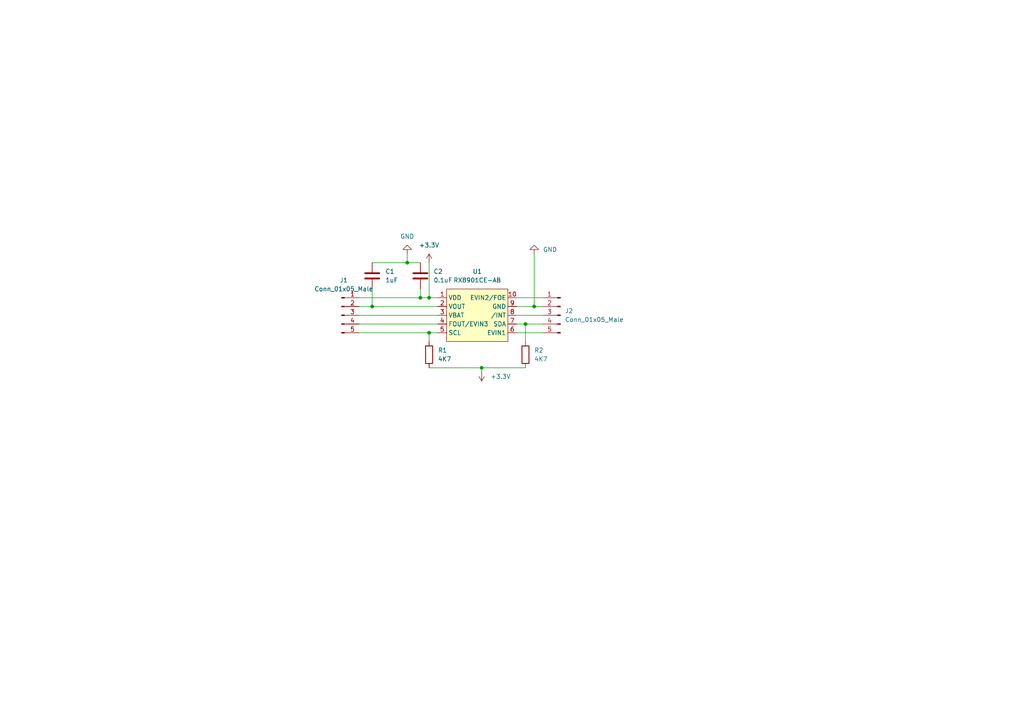
<source format=kicad_sch>
(kicad_sch (version 20211123) (generator eeschema)
  (paper "A4")
  (title_block (title "RX8901AB Breakout Board") (date "2022-10-29") (rev "1"))
  (lib_symbols
    (symbol "Connector:Conn_01x05_Male" (pin_names (offset 1.016) hide)
      (property "Reference" "J" (at 0 7.62 0))
      (property "Value" "Conn_01x05_Male" (at 0 -7.62 0))
      (symbol "Conn_01x05_Male_1_1"
        (polyline (pts (xy 1.27 -5.08) (xy 0.8636 -5.08)) (stroke (width 0.1524)))
        (polyline (pts (xy 1.27 -2.54) (xy 0.8636 -2.54)) (stroke (width 0.1524)))
        (polyline (pts (xy 1.27 0) (xy 0.8636 0)) (stroke (width 0.1524)))
        (polyline (pts (xy 1.27 2.54) (xy 0.8636 2.54)) (stroke (width 0.1524)))
        (polyline (pts (xy 1.27 5.08) (xy 0.8636 5.08)) (stroke (width 0.1524)))
        (rectangle (start 0.8636 -4.953) (end 0 -5.207) (stroke (width 0.1524)) (fill (type outline)))
        (rectangle (start 0.8636 -2.413) (end 0 -2.667) (stroke (width 0.1524)) (fill (type outline)))
        (rectangle (start 0.8636 0.127) (end 0 -0.127) (stroke (width 0.1524)) (fill (type outline)))
        (rectangle (start 0.8636 2.667) (end 0 2.413) (stroke (width 0.1524)) (fill (type outline)))
        (rectangle (start 0.8636 5.207) (end 0 4.953) (stroke (width 0.1524)) (fill (type outline)))
        (pin passive line (at 5.08 5.08 180) (length 3.81) (name "Pin_1") (number "1"))
        (pin passive line (at 5.08 2.54 180) (length 3.81) (name "Pin_2") (number "2"))
        (pin passive line (at 5.08 0 180) (length 3.81) (name "Pin_3") (number "3"))
        (pin passive line (at 5.08 -2.54 180) (length 3.81) (name "Pin_4") (number "4"))
        (pin passive line (at 5.08 -5.08 180) (length 3.81) (name "Pin_5") (number "5"))
      )
    )
    (symbol "Device:C" (pin_numbers hide) (pin_names (offset 0.254))
      (property "Reference" "C" (at 0.635 2.54 0))
      (property "Value" "C" (at 0.635 -2.54 0))
      (symbol "C_0_1"
        (polyline (pts (xy -2.032 -0.762) (xy 2.032 -0.762)) (stroke (width 0.508)))
        (polyline (pts (xy -2.032 0.762) (xy 2.032 0.762)) (stroke (width 0.508)))
      )
      (symbol "C_1_1"
        (pin passive line (at 0 3.81 270) (length 2.794) (name "~") (number "1"))
        (pin passive line (at 0 -3.81 90) (length 2.794) (name "~") (number "2"))
      )
    )
    (symbol "Device:R" (pin_numbers hide) (pin_names (offset 0))
      (property "Reference" "R" (at 2.032 0 90))
      (property "Value" "R" (at 0 0 90))
      (symbol "R_0_1"
        (rectangle (start -1.016 -2.54) (end 1.016 2.54) (stroke (width 0.254)))
      )
      (symbol "R_1_1"
        (pin passive line (at 0 3.81 270) (length 1.27) (name "~") (number "1"))
        (pin passive line (at 0 -3.81 90) (length 1.27) (name "~") (number "2"))
      )
    )
    (symbol "Timer_rtc_rx8901ce:RX8901CE-AB"
      (property "Reference" "U" (at 0 -8.89 0))
      (property "Value" "RX8901CE-AB" (at 0 8.89 0))
      (symbol "RX8901CE-AB_0_1"
        (rectangle (start -8.89 7.62) (end 8.89 -7.62) (fill (type background)))
      )
      (symbol "RX8901CE-AB_1_1"
        (pin power_in line (at -11.43 5.08 0) (length 2.54) (name "VDD") (number "1"))
        (pin unspecified line (at 11.43 5.08 180) (length 2.54) (name "EVIN2/FOE") (number "10"))
        (pin unspecified line (at -11.43 2.54 0) (length 2.54) (name "VOUT") (number "2"))
        (pin power_in line (at -11.43 0 0) (length 2.54) (name "VBAT") (number "3"))
        (pin unspecified line (at -11.43 -2.54 0) (length 2.54) (name "FOUT/EVIN3") (number "4"))
        (pin unspecified line (at -11.43 -5.08 0) (length 2.54) (name "SCL") (number "5"))
        (pin unspecified line (at 11.43 -5.08 180) (length 2.54) (name "EVIN1") (number "6"))
        (pin unspecified line (at 11.43 -2.54 180) (length 2.54) (name "SDA") (number "7"))
        (pin unspecified line (at 11.43 0 180) (length 2.54) (name "/INT") (number "8"))
        (pin power_in line (at 11.43 2.54 180) (length 2.54) (name "GND") (number "9"))
      )
    )
    (symbol "power:+3.3V" (power) (pin_names (offset 0))
      (property "Value" "+3.3V" (at 0 3.556 0))
      (symbol "+3.3V_0_1"
        (polyline (pts (xy -0.762 1.27) (xy 0 2.54)))
        (polyline (pts (xy 0 0) (xy 0 2.54)))
        (polyline (pts (xy 0 2.54) (xy 0.762 1.27)))
      )
      (symbol "+3.3V_1_1"
        (pin power_in line (at 0 0 90) (length 0) hide (name "+3.3V") (number "1"))
      )
    )
    (symbol "power:GND" (power) (pin_names (offset 0))
      (property "Value" "GND" (at 0 -3.81 0))
      (symbol "GND_0_1"
        (polyline (pts (xy 0 0) (xy 0 -1.27) (xy 1.27 -1.27) (xy 0 -2.54) (xy -1.27 -1.27) (xy 0 -1.27)))
      )
      (symbol "GND_1_1"
        (pin power_in line (at 0 0 270) (length 0) hide (name "GND") (number "1"))
      )
    )
  )
  (junction (at 107.95 88.9))
  (junction (at 124.46 86.36))
  (junction (at 154.94 88.9))
  (junction (at 118.11 76.2))
  (junction (at 124.46 96.52))
  (junction (at 121.92 86.36))
  (junction (at 152.4 93.98))
  (junction (at 139.7 106.68))
  (wire (pts (xy 124.46 76.2) (xy 124.46 86.36)))
  (wire (pts (xy 127 86.36) (xy 124.46 86.36)))
  (wire (pts (xy 104.14 91.44) (xy 127 91.44)))
  (wire (pts (xy 124.46 96.52) (xy 124.46 99.06)))
  (wire (pts (xy 149.86 96.52) (xy 157.48 96.52)))
  (wire (pts (xy 149.86 93.98) (xy 152.4 93.98)))
  (wire (pts (xy 124.46 106.68) (xy 139.7 106.68)))
  (wire (pts (xy 139.7 106.68) (xy 152.4 106.68)))
  (wire (pts (xy 118.11 73.66) (xy 118.11 76.2)))
  (wire (pts (xy 104.14 86.36) (xy 121.92 86.36)))
  (wire (pts (xy 154.94 88.9) (xy 149.86 88.9)))
  (wire (pts (xy 139.7 106.68) (xy 139.7 107.95)))
  (wire (pts (xy 104.14 93.98) (xy 127 93.98)))
  (wire (pts (xy 104.14 88.9) (xy 107.95 88.9)))
  (wire (pts (xy 149.86 86.36) (xy 157.48 86.36)))
  (wire (pts (xy 149.86 91.44) (xy 157.48 91.44)))
  (wire (pts (xy 124.46 96.52) (xy 127 96.52)))
  (wire (pts (xy 124.46 86.36) (xy 121.92 86.36)))
  (wire (pts (xy 107.95 76.2) (xy 118.11 76.2)))
  (wire (pts (xy 104.14 96.52) (xy 124.46 96.52)))
  (wire (pts (xy 152.4 93.98) (xy 157.48 93.98)))
  (wire (pts (xy 152.4 93.98) (xy 152.4 99.06)))
  (wire (pts (xy 154.94 88.9) (xy 157.48 88.9)))
  (wire (pts (xy 107.95 83.82) (xy 107.95 88.9)))
  (wire (pts (xy 154.94 73.66) (xy 154.94 88.9)))
  (wire (pts (xy 118.11 76.2) (xy 121.92 76.2)))
  (wire (pts (xy 121.92 86.36) (xy 121.92 83.82)))
  (wire (pts (xy 107.95 88.9) (xy 127 88.9)))
  (symbol (lib_id "Timer_rtc_rx8901ce:RX8901CE-AB") (at 138.43 91.44 0) (unit 1)
    (property "Reference" "U1" (at 138.43 78.74 0))
    (property "Value" "RX8901CE-AB" (at 138.43 81.28 0))
    (property "Footprint" "Timer_rtc_rx8901ce:RX8901CE" (effects hide))
  )
  (symbol (lib_id "Connector:Conn_01x05_Male") (at 99.06 91.44 0) (unit 1)
    (property "Reference" "J1" (at 99.695 81.28 0))
    (property "Value" "Conn_01x05_Male" (at 99.695 83.82 0))
    (property "Footprint" "Connector_PinHeader_2.54mm:PinHeader_1x05_P2.54mm_Vertical" (effects hide))
  )
  (symbol (lib_id "power:+3.3V") (at 139.7 107.95 180) (unit 1)
    (property "Reference" "#PWR03" (effects hide))
    (property "Value" "+3.3V" (at 142.24 109.2199 0) (effects (justify right)))
  )
  (symbol (lib_id "Connector:Conn_01x05_Male") (at 162.56 91.44 0) (mirror y) (unit 1)
    (property "Reference" "J2" (at 163.83 90.1699 0) (effects (justify right)))
    (property "Value" "Conn_01x05_Male" (at 163.83 92.7099 0) (effects (justify right)))
    (property "Footprint" "Connector_PinHeader_2.54mm:PinHeader_1x05_P2.54mm_Vertical" (effects hide))
  )
  (symbol (lib_id "power:+3.3V") (at 124.46 76.2 0) (unit 1)
    (property "Reference" "#PWR02" (effects hide))
    (property "Value" "+3.3V" (at 124.46 71.12 0))
  )
  (symbol (lib_id "Device:R") (at 124.46 102.87 0) (unit 1)
    (property "Reference" "R1" (at 127 101.5999 0) (effects (justify left)))
    (property "Value" "4K7" (at 127 104.1399 0) (effects (justify left)))
    (property "Footprint" "Resistor_SMD:R_0603_1608Metric" (effects hide))
  )
  (symbol (lib_id "Device:C") (at 121.92 80.01 0) (unit 1)
    (property "Reference" "C2" (at 125.73 78.7399 0) (effects (justify left)))
    (property "Value" "0.1uF" (at 125.73 81.2799 0) (effects (justify left)))
    (property "Footprint" "Capacitor_SMD:C_0603_1608Metric" (effects hide))
  )
  (symbol (lib_id "power:GND") (at 118.11 73.66 180) (unit 1)
    (property "Reference" "#PWR01" (effects hide))
    (property "Value" "GND" (at 118.11 68.58 0))
  )
  (symbol (lib_id "power:GND") (at 154.94 73.66 180) (unit 1)
    (property "Reference" "#PWR04" (effects hide))
    (property "Value" "GND" (at 157.48 72.3899 0) (effects (justify right)))
  )
  (symbol (lib_id "Device:R") (at 152.4 102.87 0) (unit 1)
    (property "Reference" "R2" (at 154.94 101.5999 0) (effects (justify left)))
    (property "Value" "4K7" (at 154.94 104.1399 0) (effects (justify left)))
    (property "Footprint" "Resistor_SMD:R_0603_1608Metric" (effects hide))
  )
  (symbol (lib_id "Device:C") (at 107.95 80.01 0) (unit 1)
    (property "Reference" "C1" (at 111.76 78.7399 0) (effects (justify left)))
    (property "Value" "1uF" (at 111.76 81.2799 0) (effects (justify left)))
    (property "Footprint" "Capacitor_SMD:C_0603_1608Metric" (effects hide))
  )
)
</source>
